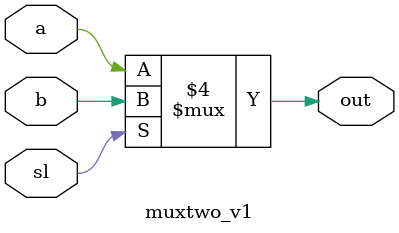
<source format=v>
module muxtwo_v1 (out, a, b, sl);
	input a,b,sl;
	output out;
	reg out;
	
	always @ (sl or a or b)
		if(!sl) out = a;
		else out = b;
endmodule 

</source>
